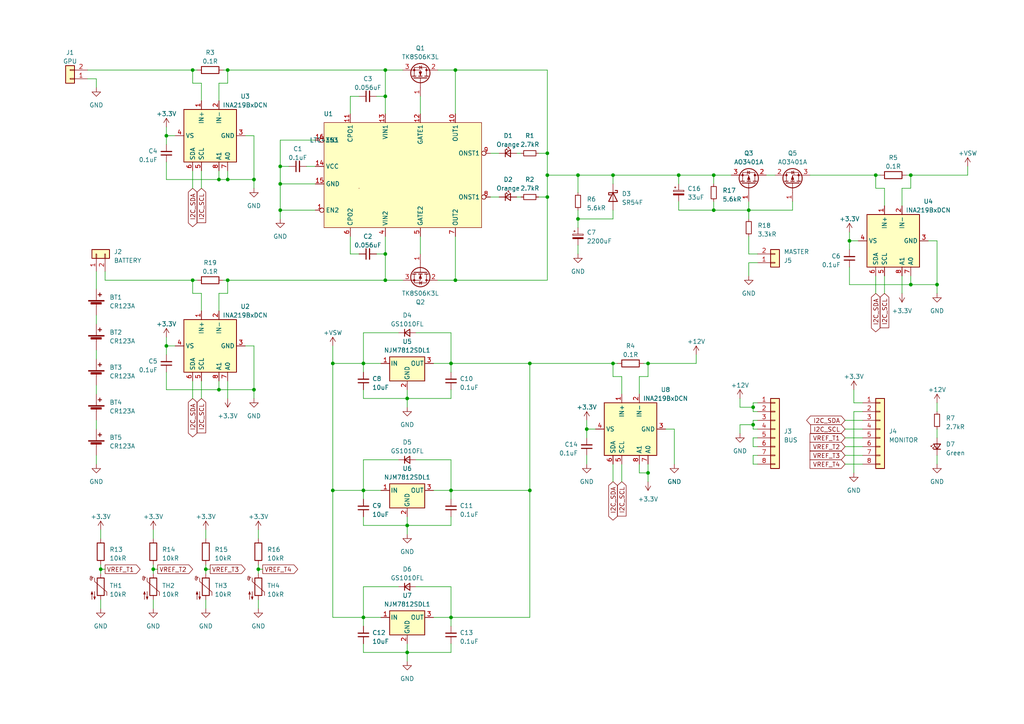
<source format=kicad_sch>
(kicad_sch (version 20230121) (generator eeschema)
  (paper "A4")
  (title_block (title "H-59 Avionics Power Module") (date "2023-10-27") (rev "Build 1") (company "Tokai Student Rocket Project"))
  (lib_symbols
    (symbol "Connector_Generic:Conn_01x02" (pin_names (offset 1.016) hide)
      (property "Reference" "J" (at 0 2.54 0))
      (property "Value" "Conn_01x02" (at 0 -5.08 0))
      (symbol "Conn_01x02_1_1"
        (pin passive line (at -5.08 0 0) (length 3.81) (name "Pin_1") (number "1"))
        (pin passive line (at -5.08 -2.54 0) (length 3.81) (name "Pin_2") (number "2"))
      )
    )
    (symbol "Connector_Generic:Conn_01x08" (pin_names (offset 1.016) hide)
      (property "Reference" "J" (at 0 10.16 0))
      (property "Value" "Conn_01x08" (at 0 -12.7 0))
      (symbol "Conn_01x08_1_1"
        (pin passive line (at -5.08 7.62 0) (length 3.81) (name "Pin_1") (number "1"))
        (pin passive line (at -5.08 5.08 0) (length 3.81) (name "Pin_2") (number "2"))
        (pin passive line (at -5.08 2.54 0) (length 3.81) (name "Pin_3") (number "3"))
        (pin passive line (at -5.08 0 0) (length 3.81) (name "Pin_4") (number "4"))
        (pin passive line (at -5.08 -2.54 0) (length 3.81) (name "Pin_5") (number "5"))
        (pin passive line (at -5.08 -5.08 0) (length 3.81) (name "Pin_6") (number "6"))
        (pin passive line (at -5.08 -7.62 0) (length 3.81) (name "Pin_7") (number "7"))
        (pin passive line (at -5.08 -10.16 0) (length 3.81) (name "Pin_8") (number "8"))
      )
    )
    (symbol "Device:Battery_Cell" (pin_numbers hide) (pin_names (offset 0) hide)
      (property "Reference" "BT" (at 2.54 2.54 0))
      (property "Value" "Battery_Cell" (at 2.54 0 0))
      (symbol "Battery_Cell_1_1"
        (pin passive line (at 0 5.08 270) (length 2.54) (name "+") (number "1"))
        (pin passive line (at 0 -2.54 90) (length 2.54) (name "-") (number "2"))
      )
    )
    (symbol "Device:C_Polarized_Small" (pin_numbers hide) (pin_names (offset 0.254) hide)
      (property "Reference" "C" (at 0.254 1.778 0))
      (property "Value" "C_Polarized_Small" (at 0.254 -2.032 0))
      (symbol "C_Polarized_Small_1_1"
        (pin passive line (at 0 2.54 270) (length 1.8542) (name "~") (number "1"))
        (pin passive line (at 0 -2.54 90) (length 1.8542) (name "~") (number "2"))
      )
    )
    (symbol "Device:C_Small" (pin_numbers hide) (pin_names (offset 0.254) hide)
      (property "Reference" "C" (at 0.254 1.778 0))
      (property "Value" "C_Small" (at 0.254 -2.032 0))
      (symbol "C_Small_1_1"
        (pin passive line (at 0 2.54 270) (length 2.032) (name "~") (number "1"))
        (pin passive line (at 0 -2.54 90) (length 2.032) (name "~") (number "2"))
      )
    )
    (symbol "Device:D_Schottky" (pin_numbers hide) (pin_names (offset 1.016) hide)
      (property "Reference" "D" (at 0 2.54 0))
      (property "Value" "D_Schottky" (at 0 -2.54 0))
      (symbol "D_Schottky_1_1"
        (pin passive line (at -3.81 0 0) (length 2.54) (name "K") (number "1"))
        (pin passive line (at 3.81 0 180) (length 2.54) (name "A") (number "2"))
      )
    )
    (symbol "Device:D_Small" (pin_numbers hide) (pin_names (offset 0.254) hide)
      (property "Reference" "D" (at -1.27 2.032 0))
      (property "Value" "D_Small" (at -3.81 -2.032 0))
      (symbol "D_Small_1_1"
        (pin passive line (at -2.54 0 0) (length 1.778) (name "K") (number "1"))
        (pin passive line (at 2.54 0 180) (length 1.778) (name "A") (number "2"))
      )
    )
    (symbol "Device:LED_Small" (pin_numbers hide) (pin_names (offset 0.254) hide)
      (property "Reference" "D" (at -1.27 3.175 0))
      (property "Value" "LED_Small" (at -4.445 -2.54 0))
      (symbol "LED_Small_1_1"
        (pin passive line (at -2.54 0 0) (length 1.778) (name "K") (number "1"))
        (pin passive line (at 2.54 0 180) (length 1.778) (name "A") (number "2"))
      )
    )
    (symbol "Device:R" (pin_numbers hide) (pin_names (offset 0))
      (property "Reference" "R" (at 2.032 0 90))
      (property "Value" "R" (at 0 0 90))
      (symbol "R_1_1"
        (pin passive line (at 0 3.81 270) (length 1.27) (name "~") (number "1"))
        (pin passive line (at 0 -3.81 90) (length 1.27) (name "~") (number "2"))
      )
    )
    (symbol "Device:R_Small" (pin_numbers hide) (pin_names (offset 0.254) hide)
      (property "Reference" "R" (at 0.762 0.508 0))
      (property "Value" "R_Small" (at 0.762 -1.016 0))
      (symbol "R_Small_1_1"
        (pin passive line (at 0 2.54 270) (length 0.762) (name "~") (number "1"))
        (pin passive line (at 0 -2.54 90) (length 0.762) (name "~") (number "2"))
      )
    )
    (symbol "Device:Thermistor_NTC" (pin_numbers hide) (pin_names (offset 0))
      (property "Reference" "TH" (at -4.445 0 90))
      (property "Value" "Thermistor_NTC" (at 3.175 0 90))
      (symbol "Thermistor_NTC_1_1"
        (pin passive line (at 0 3.81 270) (length 1.27) (name "~") (number "1"))
        (pin passive line (at 0 -3.81 90) (length 1.27) (name "~") (number "2"))
      )
    )
    (symbol "Regulator_Linear:L7812" (pin_names (offset 0.254))
      (property "Reference" "U" (at -3.81 3.175 0))
      (property "Value" "L7812" (at 0 3.175 0))
      (symbol "L7812_1_1"
        (pin power_in line (at -7.62 0 0) (length 2.54) (name "IN") (number "1"))
        (pin power_in line (at 0 -7.62 90) (length 2.54) (name "GND") (number "2"))
        (pin power_out line (at 7.62 0 180) (length 2.54) (name "OUT") (number "3"))
      )
    )
    (symbol "Sensor_Energy:INA219BxDCN"
      (property "Reference" "U" (at -6.35 8.89 0))
      (property "Value" "INA219BxDCN" (at 6.35 8.89 0))
      (symbol "INA219BxDCN_1_1"
        (pin input line (at -10.16 2.54 0) (length 2.54) (name "IN+") (number "1"))
        (pin input line (at -10.16 -2.54 0) (length 2.54) (name "IN-") (number "2"))
        (pin power_in line (at 0 -10.16 90) (length 2.54) (name "GND") (number "3"))
        (pin power_in line (at 0 10.16 270) (length 2.54) (name "VS") (number "4"))
        (pin input line (at 10.16 2.54 180) (length 2.54) (name "SCL") (number "5"))
        (pin bidirectional line (at 10.16 5.08 180) (length 2.54) (name "SDA") (number "6"))
        (pin input line (at 10.16 -5.08 180) (length 2.54) (name "A0") (number "7"))
        (pin input line (at 10.16 -2.54 180) (length 2.54) (name "A1") (number "8"))
      )
    )
    (symbol "TSRP_IC:LTC4353"
      (property "Reference" "U" (at 0 8.89 0))
      (symbol "LTC4353_1_1"
        (pin input inverted (at -2.54 -19.05 0) (length 2.54) (name "EN2") (number "1"))
        (pin input line (at 38.1 8.89 270) (length 2.54) (name "OUT1") (number "10"))
        (pin output line (at 7.62 8.89 270) (length 2.54) (name "CPO1") (number "11"))
        (pin output line (at 27.94 8.89 270) (length 2.54) (name "GATE1") (number "12"))
        (pin input line (at 17.78 8.89 270) (length 2.54) (name "VIN1") (number "13"))
        (pin power_in line (at -2.54 -6.35 0) (length 2.54) (name "VCC") (number "14"))
        (pin power_in line (at -2.54 -11.43 0) (length 2.54) (name "GND") (number "15"))
        (pin input inverted (at -2.54 1.27 0) (length 2.54) (name "EN1") (number "16"))
        (pin input line (at 17.78 -26.67 90) (length 2.54) (name "VIN2") (number "4"))
        (pin output line (at 27.94 -26.67 90) (length 2.54) (name "GATE2") (number "5"))
        (pin output line (at 7.62 -26.67 90) (length 2.54) (name "CPO2") (number "6"))
        (pin input line (at 38.1 -26.67 90) (length 2.54) (name "OUT2") (number "7"))
        (pin input inverted (at 48.26 -15.24 180) (length 2.54) (name "ONST1") (number "8"))
        (pin input inverted (at 48.26 -2.54 180) (length 2.54) (name "ONST1") (number "9"))
      )
    )
    (symbol "Transistor_FET:QM6006D" (pin_names hide)
      (property "Reference" "Q" (at 5.08 1.905 0))
      (property "Value" "QM6006D" (at 5.08 0 0))
      (symbol "QM6006D_1_1"
        (pin input line (at -5.08 0 0) (length 2.54) (name "G") (number "1"))
        (pin passive line (at 2.54 5.08 270) (length 2.54) (name "D") (number "2"))
        (pin passive line (at 2.54 -5.08 90) (length 2.54) (name "S") (number "3"))
      )
    )
    (symbol "Transistor_FET:QM6015D" (pin_names hide)
      (property "Reference" "Q" (at 5.08 1.905 0))
      (property "Value" "QM6015D" (at 5.08 0 0))
      (symbol "QM6015D_1_1"
        (pin passive line (at -5.08 0 0) (length 2.54) (name "G") (number "1"))
        (pin passive line (at 2.54 5.08 270) (length 2.54) (name "D") (number "2"))
        (pin passive line (at 2.54 -5.08 90) (length 2.54) (name "S") (number "3"))
      )
    )
    (symbol "power:+12V" (power) (pin_names (offset 0))
      (property "Value" "+12V" (at 0 3.556 0))
      (symbol "+12V_1_1"
        (pin power_in line (at 0 0 90) (length 0) hide (name "+12V") (number "1"))
      )
    )
    (symbol "power:+3.3V" (power) (pin_names (offset 0))
      (property "Value" "+3.3V" (at 0 3.556 0))
      (symbol "+3.3V_1_1"
        (pin power_in line (at 0 0 90) (length 0) hide (name "+3.3V") (number "1"))
      )
    )
    (symbol "power:+VSW" (power) (pin_names (offset 0))
      (property "Value" "+VSW" (at 0 3.556 0))
      (symbol "+VSW_1_1"
        (pin power_in line (at 0 0 90) (length 0) hide (name "+VSW") (number "1"))
      )
    )
    (symbol "power:GND" (power) (pin_names (offset 0))
      (property "Value" "GND" (at 0 -3.81 0))
      (symbol "GND_1_1"
        (pin power_in line (at 0 0 270) (length 0) hide (name "GND") (number "1"))
      )
    )
  )
  (junction (at 96.52 105.41))
  (junction (at 167.64 50.8))
  (junction (at 130.81 142.24))
  (junction (at 55.88 20.32))
  (junction (at 187.96 137.16))
  (junction (at 167.64 63.5))
  (junction (at 105.41 179.07))
  (junction (at 246.38 69.85))
  (junction (at 264.16 82.55))
  (junction (at 29.21 165.1))
  (junction (at 66.04 52.07))
  (junction (at 196.85 50.8))
  (junction (at 153.67 142.24))
  (junction (at 218.44 123.19))
  (junction (at 66.04 81.28))
  (junction (at 158.75 57.15))
  (junction (at 44.45 165.1))
  (junction (at 63.5 113.03))
  (junction (at 130.81 179.07))
  (junction (at 132.08 20.32))
  (junction (at 48.26 39.37))
  (junction (at 111.76 20.32))
  (junction (at 218.44 118.11))
  (junction (at 254 50.8))
  (junction (at 81.28 53.34))
  (junction (at 111.76 27.94))
  (junction (at 118.11 189.23))
  (junction (at 170.18 124.46))
  (junction (at 96.52 142.24))
  (junction (at 73.66 52.07))
  (junction (at 132.08 81.28))
  (junction (at 158.75 50.8))
  (junction (at 48.26 100.33))
  (junction (at 81.28 60.96))
  (junction (at 73.66 113.03))
  (junction (at 217.17 60.96))
  (junction (at 105.41 105.41))
  (junction (at 264.16 50.8))
  (junction (at 105.41 142.24))
  (junction (at 55.88 81.28))
  (junction (at 59.69 165.1))
  (junction (at 158.75 44.45))
  (junction (at 177.8 50.8))
  (junction (at 66.04 20.32))
  (junction (at 118.11 115.57))
  (junction (at 74.93 165.1))
  (junction (at 153.67 105.41))
  (junction (at 111.76 81.28))
  (junction (at 177.8 105.41))
  (junction (at 118.11 152.4))
  (junction (at 63.5 52.07))
  (junction (at 130.81 105.41))
  (junction (at 187.96 105.41))
  (junction (at 111.76 73.66))
  (junction (at 207.01 60.96))
  (junction (at 271.78 82.55))
  (junction (at 81.28 48.26))
  (junction (at 207.01 50.8))
  (wire (pts (xy 118.11 115.57) (xy 130.81 115.57)))
  (wire (pts (xy 105.41 113.03) (xy 105.41 115.57)))
  (wire (pts (xy 66.04 81.28) (xy 111.76 81.28)))
  (wire (pts (xy 55.88 85.09) (xy 55.88 81.28)))
  (wire (pts (xy 55.88 49.53) (xy 55.88 54.61)))
  (wire (pts (xy 109.22 73.66) (xy 111.76 73.66)))
  (wire (pts (xy 185.42 109.22) (xy 187.96 109.22)))
  (wire (pts (xy 30.48 81.28) (xy 55.88 81.28)))
  (wire (pts (xy 48.26 100.33) (xy 48.26 102.87)))
  (wire (pts (xy 186.69 105.41) (xy 187.96 105.41)))
  (wire (pts (xy 105.41 149.86) (xy 105.41 152.4)))
  (wire (pts (xy 29.21 165.1) (xy 29.21 166.37)))
  (wire (pts (xy 58.42 49.53) (xy 58.42 54.61)))
  (wire (pts (xy 105.41 170.18) (xy 105.41 179.07)))
  (wire (pts (xy 66.04 24.13) (xy 63.5 24.13)))
  (wire (pts (xy 207.01 60.96) (xy 217.17 60.96)))
  (wire (pts (xy 29.21 173.99) (xy 29.21 176.53)))
  (wire (pts (xy 27.94 22.86) (xy 27.94 25.4)))
  (wire (pts (xy 246.38 69.85) (xy 246.38 72.39)))
  (wire (pts (xy 219.71 132.08) (xy 218.44 132.08)))
  (wire (pts (xy 132.08 20.32) (xy 132.08 33.02)))
  (wire (pts (xy 58.42 24.13) (xy 58.42 29.21)))
  (wire (pts (xy 74.93 163.83) (xy 74.93 165.1)))
  (wire (pts (xy 130.81 96.52) (xy 130.81 105.41)))
  (wire (pts (xy 48.26 39.37) (xy 48.26 41.91)))
  (wire (pts (xy 195.58 124.46) (xy 193.04 124.46)))
  (wire (pts (xy 271.78 132.08) (xy 271.78 134.62)))
  (wire (pts (xy 73.66 115.57) (xy 73.66 113.03)))
  (wire (pts (xy 264.16 54.61) (xy 264.16 50.8)))
  (wire (pts (xy 153.67 179.07) (xy 153.67 142.24)))
  (wire (pts (xy 27.94 111.76) (xy 27.94 114.3)))
  (wire (pts (xy 118.11 189.23) (xy 118.11 191.77)))
  (wire (pts (xy 222.25 50.8) (xy 224.79 50.8)))
  (wire (pts (xy 261.62 54.61) (xy 264.16 54.61)))
  (wire (pts (xy 63.5 49.53) (xy 63.5 52.07)))
  (wire (pts (xy 74.93 153.67) (xy 74.93 156.21)))
  (wire (pts (xy 217.17 76.2) (xy 217.17 80.01)))
  (wire (pts (xy 110.49 142.24) (xy 105.41 142.24)))
  (wire (pts (xy 125.73 179.07) (xy 130.81 179.07)))
  (wire (pts (xy 261.62 80.01) (xy 261.62 85.09)))
  (wire (pts (xy 48.26 52.07) (xy 63.5 52.07)))
  (wire (pts (xy 91.44 40.64) (xy 81.28 40.64)))
  (wire (pts (xy 120.65 133.35) (xy 130.81 133.35)))
  (wire (pts (xy 105.41 179.07) (xy 105.41 181.61)))
  (wire (pts (xy 256.54 54.61) (xy 256.54 59.69)))
  (wire (pts (xy 29.21 163.83) (xy 29.21 165.1)))
  (wire (pts (xy 219.71 73.66) (xy 217.17 73.66)))
  (wire (pts (xy 158.75 50.8) (xy 167.64 50.8)))
  (wire (pts (xy 177.8 60.96) (xy 177.8 63.5)))
  (wire (pts (xy 81.28 40.64) (xy 81.28 48.26)))
  (wire (pts (xy 64.77 20.32) (xy 66.04 20.32)))
  (wire (pts (xy 81.28 53.34) (xy 91.44 53.34)))
  (wire (pts (xy 130.81 115.57) (xy 130.81 113.03)))
  (wire (pts (xy 177.8 105.41) (xy 179.07 105.41)))
  (wire (pts (xy 66.04 110.49) (xy 66.04 115.57)))
  (wire (pts (xy 264.16 82.55) (xy 271.78 82.55)))
  (wire (pts (xy 118.11 152.4) (xy 130.81 152.4)))
  (wire (pts (xy 280.67 48.26) (xy 280.67 50.8)))
  (wire (pts (xy 247.65 116.84) (xy 250.19 116.84)))
  (wire (pts (xy 111.76 20.32) (xy 111.76 27.94)))
  (wire (pts (xy 187.96 137.16) (xy 187.96 139.7)))
  (wire (pts (xy 44.45 173.99) (xy 44.45 176.53)))
  (wire (pts (xy 101.6 68.58) (xy 101.6 73.66)))
  (wire (pts (xy 219.71 116.84) (xy 218.44 116.84)))
  (wire (pts (xy 218.44 134.62) (xy 218.44 132.08)))
  (wire (pts (xy 158.75 44.45) (xy 158.75 20.32)))
  (wire (pts (xy 214.63 115.57) (xy 214.63 118.11)))
  (wire (pts (xy 167.64 50.8) (xy 177.8 50.8)))
  (wire (pts (xy 29.21 165.1) (xy 30.48 165.1)))
  (wire (pts (xy 245.11 129.54) (xy 250.19 129.54)))
  (wire (pts (xy 245.11 121.92) (xy 250.19 121.92)))
  (wire (pts (xy 48.26 100.33) (xy 50.8 100.33)))
  (wire (pts (xy 55.88 20.32) (xy 57.15 20.32)))
  (wire (pts (xy 177.8 134.62) (xy 177.8 139.7)))
  (wire (pts (xy 207.01 58.42) (xy 207.01 60.96)))
  (wire (pts (xy 219.71 76.2) (xy 217.17 76.2)))
  (wire (pts (xy 66.04 20.32) (xy 66.04 24.13)))
  (wire (pts (xy 229.87 60.96) (xy 217.17 60.96)))
  (wire (pts (xy 118.11 113.03) (xy 118.11 115.57)))
  (wire (pts (xy 185.42 109.22) (xy 185.42 114.3)))
  (wire (pts (xy 121.92 68.58) (xy 121.92 73.66)))
  (wire (pts (xy 73.66 113.03) (xy 73.66 100.33)))
  (wire (pts (xy 115.57 96.52) (xy 105.41 96.52)))
  (wire (pts (xy 105.41 179.07) (xy 96.52 179.07)))
  (wire (pts (xy 142.24 44.45) (xy 144.78 44.45)))
  (wire (pts (xy 170.18 132.08) (xy 170.18 134.62)))
  (wire (pts (xy 73.66 100.33) (xy 71.12 100.33)))
  (wire (pts (xy 58.42 85.09) (xy 55.88 85.09)))
  (wire (pts (xy 27.94 132.08) (xy 27.94 134.62)))
  (wire (pts (xy 177.8 50.8) (xy 177.8 53.34)))
  (wire (pts (xy 105.41 115.57) (xy 118.11 115.57)))
  (wire (pts (xy 132.08 68.58) (xy 132.08 81.28)))
  (wire (pts (xy 280.67 50.8) (xy 264.16 50.8)))
  (wire (pts (xy 105.41 142.24) (xy 105.41 144.78)))
  (wire (pts (xy 156.21 44.45) (xy 158.75 44.45)))
  (wire (pts (xy 201.93 105.41) (xy 187.96 105.41)))
  (wire (pts (xy 217.17 60.96) (xy 217.17 58.42)))
  (wire (pts (xy 130.81 152.4) (xy 130.81 149.86)))
  (wire (pts (xy 55.88 24.13) (xy 55.88 20.32)))
  (wire (pts (xy 125.73 142.24) (xy 130.81 142.24)))
  (wire (pts (xy 218.44 121.92) (xy 219.71 121.92)))
  (wire (pts (xy 105.41 186.69) (xy 105.41 189.23)))
  (wire (pts (xy 254 50.8) (xy 255.27 50.8)))
  (wire (pts (xy 25.4 22.86) (xy 27.94 22.86)))
  (wire (pts (xy 254 54.61) (xy 254 50.8)))
  (wire (pts (xy 219.71 134.62) (xy 218.44 134.62)))
  (wire (pts (xy 229.87 58.42) (xy 229.87 60.96)))
  (wire (pts (xy 130.81 142.24) (xy 153.67 142.24)))
  (wire (pts (xy 180.34 134.62) (xy 180.34 139.7)))
  (wire (pts (xy 81.28 60.96) (xy 81.28 63.5)))
  (wire (pts (xy 158.75 81.28) (xy 158.75 57.15)))
  (wire (pts (xy 187.96 134.62) (xy 187.96 137.16)))
  (wire (pts (xy 63.5 113.03) (xy 73.66 113.03)))
  (wire (pts (xy 44.45 163.83) (xy 44.45 165.1)))
  (wire (pts (xy 96.52 105.41) (xy 105.41 105.41)))
  (wire (pts (xy 111.76 73.66) (xy 111.76 81.28)))
  (wire (pts (xy 271.78 85.09) (xy 271.78 82.55)))
  (wire (pts (xy 214.63 125.73) (xy 214.63 123.19)))
  (wire (pts (xy 81.28 60.96) (xy 91.44 60.96)))
  (wire (pts (xy 180.34 109.22) (xy 180.34 114.3)))
  (wire (pts (xy 234.95 50.8) (xy 254 50.8)))
  (wire (pts (xy 149.86 44.45) (xy 151.13 44.45)))
  (wire (pts (xy 48.26 97.79) (xy 48.26 100.33)))
  (wire (pts (xy 118.11 152.4) (xy 118.11 154.94)))
  (wire (pts (xy 256.54 80.01) (xy 256.54 85.09)))
  (wire (pts (xy 110.49 179.07) (xy 105.41 179.07)))
  (wire (pts (xy 105.41 96.52) (xy 105.41 105.41)))
  (wire (pts (xy 196.85 58.42) (xy 196.85 60.96)))
  (wire (pts (xy 44.45 165.1) (xy 45.72 165.1)))
  (wire (pts (xy 271.78 69.85) (xy 269.24 69.85)))
  (wire (pts (xy 105.41 189.23) (xy 118.11 189.23)))
  (wire (pts (xy 125.73 105.41) (xy 130.81 105.41)))
  (wire (pts (xy 105.41 105.41) (xy 105.41 107.95)))
  (wire (pts (xy 132.08 20.32) (xy 158.75 20.32)))
  (wire (pts (xy 245.11 127) (xy 250.19 127)))
  (wire (pts (xy 58.42 24.13) (xy 55.88 24.13)))
  (wire (pts (xy 96.52 100.33) (xy 96.52 105.41)))
  (wire (pts (xy 219.71 119.38) (xy 218.44 119.38)))
  (wire (pts (xy 167.64 63.5) (xy 167.64 66.04)))
  (wire (pts (xy 245.11 134.62) (xy 250.19 134.62)))
  (wire (pts (xy 118.11 149.86) (xy 118.11 152.4)))
  (wire (pts (xy 217.17 60.96) (xy 217.17 63.5)))
  (wire (pts (xy 88.9 48.26) (xy 91.44 48.26)))
  (wire (pts (xy 167.64 50.8) (xy 167.64 55.88)))
  (wire (pts (xy 105.41 152.4) (xy 118.11 152.4)))
  (wire (pts (xy 256.54 54.61) (xy 254 54.61)))
  (wire (pts (xy 48.26 36.83) (xy 48.26 39.37)))
  (wire (pts (xy 64.77 81.28) (xy 66.04 81.28)))
  (wire (pts (xy 201.93 102.87) (xy 201.93 105.41)))
  (wire (pts (xy 44.45 153.67) (xy 44.45 156.21)))
  (wire (pts (xy 110.49 105.41) (xy 105.41 105.41)))
  (wire (pts (xy 59.69 165.1) (xy 60.96 165.1)))
  (wire (pts (xy 219.71 129.54) (xy 218.44 129.54)))
  (wire (pts (xy 48.26 113.03) (xy 63.5 113.03)))
  (wire (pts (xy 167.64 60.96) (xy 167.64 63.5)))
  (wire (pts (xy 109.22 27.94) (xy 111.76 27.94)))
  (wire (pts (xy 59.69 163.83) (xy 59.69 165.1)))
  (wire (pts (xy 81.28 48.26) (xy 81.28 53.34)))
  (wire (pts (xy 96.52 142.24) (xy 105.41 142.24)))
  (wire (pts (xy 130.81 179.07) (xy 153.67 179.07)))
  (wire (pts (xy 187.96 137.16) (xy 185.42 137.16)))
  (wire (pts (xy 66.04 20.32) (xy 111.76 20.32)))
  (wire (pts (xy 115.57 133.35) (xy 105.41 133.35)))
  (wire (pts (xy 170.18 121.92) (xy 170.18 124.46)))
  (wire (pts (xy 58.42 110.49) (xy 58.42 115.57)))
  (wire (pts (xy 207.01 50.8) (xy 207.01 53.34)))
  (wire (pts (xy 74.93 165.1) (xy 76.2 165.1)))
  (wire (pts (xy 66.04 49.53) (xy 66.04 52.07)))
  (wire (pts (xy 196.85 60.96) (xy 207.01 60.96)))
  (wire (pts (xy 177.8 109.22) (xy 177.8 105.41)))
  (wire (pts (xy 111.76 81.28) (xy 116.84 81.28)))
  (wire (pts (xy 247.65 119.38) (xy 250.19 119.38)))
  (wire (pts (xy 27.94 78.74) (xy 27.94 83.82)))
  (wire (pts (xy 55.88 81.28) (xy 57.15 81.28)))
  (wire (pts (xy 130.81 170.18) (xy 130.81 179.07)))
  (wire (pts (xy 196.85 50.8) (xy 196.85 53.34)))
  (wire (pts (xy 44.45 165.1) (xy 44.45 166.37)))
  (wire (pts (xy 63.5 24.13) (xy 63.5 29.21)))
  (wire (pts (xy 48.26 107.95) (xy 48.26 113.03)))
  (wire (pts (xy 153.67 142.24) (xy 153.67 105.41)))
  (wire (pts (xy 66.04 85.09) (xy 66.04 81.28)))
  (wire (pts (xy 132.08 81.28) (xy 127 81.28)))
  (wire (pts (xy 167.64 71.12) (xy 167.64 73.66)))
  (wire (pts (xy 149.86 57.15) (xy 151.13 57.15)))
  (wire (pts (xy 101.6 33.02) (xy 101.6 27.94)))
  (wire (pts (xy 121.92 27.94) (xy 121.92 33.02)))
  (wire (pts (xy 247.65 137.16) (xy 247.65 119.38)))
  (wire (pts (xy 180.34 109.22) (xy 177.8 109.22)))
  (wire (pts (xy 246.38 82.55) (xy 264.16 82.55)))
  (wire (pts (xy 187.96 109.22) (xy 187.96 105.41)))
  (wire (pts (xy 130.81 133.35) (xy 130.81 142.24)))
  (wire (pts (xy 170.18 124.46) (xy 170.18 127)))
  (wire (pts (xy 66.04 52.07) (xy 73.66 52.07)))
  (wire (pts (xy 111.76 20.32) (xy 116.84 20.32)))
  (wire (pts (xy 111.76 73.66) (xy 111.76 68.58)))
  (wire (pts (xy 120.65 96.52) (xy 130.81 96.52)))
  (wire (pts (xy 177.8 63.5) (xy 167.64 63.5)))
  (wire (pts (xy 96.52 179.07) (xy 96.52 142.24)))
  (wire (pts (xy 246.38 69.85) (xy 248.92 69.85)))
  (wire (pts (xy 30.48 78.74) (xy 30.48 81.28)))
  (wire (pts (xy 153.67 105.41) (xy 177.8 105.41)))
  (wire (pts (xy 158.75 44.45) (xy 158.75 50.8)))
  (wire (pts (xy 118.11 115.57) (xy 118.11 118.11)))
  (wire (pts (xy 246.38 67.31) (xy 246.38 69.85)))
  (wire (pts (xy 142.24 57.15) (xy 144.78 57.15)))
  (wire (pts (xy 25.4 20.32) (xy 55.88 20.32)))
  (wire (pts (xy 48.26 39.37) (xy 50.8 39.37)))
  (wire (pts (xy 130.81 105.41) (xy 130.81 107.95)))
  (wire (pts (xy 218.44 116.84) (xy 218.44 118.11)))
  (wire (pts (xy 63.5 85.09) (xy 66.04 85.09)))
  (wire (pts (xy 271.78 82.55) (xy 271.78 69.85)))
  (wire (pts (xy 118.11 189.23) (xy 130.81 189.23)))
  (wire (pts (xy 111.76 27.94) (xy 111.76 33.02)))
  (wire (pts (xy 27.94 91.44) (xy 27.94 93.98)))
  (wire (pts (xy 74.93 173.99) (xy 74.93 176.53)))
  (wire (pts (xy 130.81 105.41) (xy 153.67 105.41)))
  (wire (pts (xy 170.18 124.46) (xy 172.72 124.46)))
  (wire (pts (xy 212.09 50.8) (xy 207.01 50.8)))
  (wire (pts (xy 245.11 124.46) (xy 250.19 124.46)))
  (wire (pts (xy 73.66 54.61) (xy 73.66 52.07)))
  (wire (pts (xy 63.5 52.07) (xy 66.04 52.07)))
  (wire (pts (xy 59.69 173.99) (xy 59.69 176.53)))
  (wire (pts (xy 261.62 54.61) (xy 261.62 59.69)))
  (wire (pts (xy 96.52 105.41) (xy 96.52 142.24)))
  (wire (pts (xy 63.5 110.49) (xy 63.5 113.03)))
  (wire (pts (xy 101.6 27.94) (xy 104.14 27.94)))
  (wire (pts (xy 218.44 119.38) (xy 218.44 118.11)))
  (wire (pts (xy 115.57 170.18) (xy 105.41 170.18)))
  (wire (pts (xy 218.44 127) (xy 218.44 129.54)))
  (wire (pts (xy 177.8 50.8) (xy 196.85 50.8)))
  (wire (pts (xy 120.65 170.18) (xy 130.81 170.18)))
  (wire (pts (xy 262.89 50.8) (xy 264.16 50.8)))
  (wire (pts (xy 246.38 77.47) (xy 246.38 82.55)))
  (wire (pts (xy 130.81 189.23) (xy 130.81 186.69)))
  (wire (pts (xy 118.11 186.69) (xy 118.11 189.23)))
  (wire (pts (xy 105.41 133.35) (xy 105.41 142.24)))
  (wire (pts (xy 158.75 50.8) (xy 158.75 57.15)))
  (wire (pts (xy 218.44 123.19) (xy 218.44 121.92)))
  (wire (pts (xy 158.75 57.15) (xy 156.21 57.15)))
  (wire (pts (xy 185.42 134.62) (xy 185.42 137.16)))
  (wire (pts (xy 218.44 124.46) (xy 218.44 123.19)))
  (wire (pts (xy 59.69 153.67) (xy 59.69 156.21)))
  (wire (pts (xy 74.93 165.1) (xy 74.93 166.37)))
  (wire (pts (xy 264.16 80.01) (xy 264.16 82.55)))
  (wire (pts (xy 271.78 124.46) (xy 271.78 127)))
  (wire (pts (xy 247.65 113.03) (xy 247.65 116.84)))
  (wire (pts (xy 73.66 52.07) (xy 73.66 39.37)))
  (wire (pts (xy 271.78 116.84) (xy 271.78 119.38)))
  (wire (pts (xy 55.88 110.49) (xy 55.88 115.57)))
  (wire (pts (xy 29.21 153.67) (xy 29.21 156.21)))
  (wire (pts (xy 63.5 85.09) (xy 63.5 90.17)))
  (wire (pts (xy 245.11 132.08) (xy 250.19 132.08)))
  (wire (pts (xy 195.58 124.46) (xy 195.58 134.62)))
  (wire (pts (xy 27.94 101.6) (xy 27.94 104.14)))
  (wire (pts (xy 27.94 121.92) (xy 27.94 124.46)))
  (wire (pts (xy 59.69 165.1) (xy 59.69 166.37)))
  (wire (pts (xy 130.81 142.24) (xy 130.81 144.78)))
  (wire (pts (xy 81.28 48.26) (xy 83.82 48.26)))
  (wire (pts (xy 48.26 46.99) (xy 48.26 52.07)))
  (wire (pts (xy 101.6 73.66) (xy 104.14 73.66)))
  (wire (pts (xy 219.71 127) (xy 218.44 127)))
  (wire (pts (xy 127 20.32) (xy 132.08 20.32)))
  (wire (pts (xy 132.08 81.28) (xy 158.75 81.28)))
  (wire (pts (xy 207.01 50.8) (xy 196.85 50.8)))
  (wire (pts (xy 217.17 73.66) (xy 217.17 68.58)))
  (wire (pts (xy 58.42 85.09) (xy 58.42 90.17)))
  (wire (pts (xy 214.63 123.19) (xy 218.44 123.19)))
  (wire (pts (xy 81.28 53.34) (xy 81.28 60.96)))
  (wire (pts (xy 219.71 124.46) (xy 218.44 124.46)))
  (wire (pts (xy 214.63 118.11) (xy 218.44 118.11)))
  (wire (pts (xy 130.81 179.07) (xy 130.81 181.61)))
  (wire (pts (xy 73.66 39.37) (xy 71.12 39.37)))
  (wire (pts (xy 254 80.01) (xy 254 85.09)))
  (global_label "I2C_SCL" (shape input) (at 58.42 115.57 270) (property "Intersheetrefs" "${INTERSHEET_REFS}" (effects hide)))
  (global_label "I2C_SCL" (shape input) (at 245.11 124.46 180) (property "Intersheetrefs" "${INTERSHEET_REFS}" (effects hide)))
  (global_label "VREF_T1" (shape output) (at 30.48 165.1 0) (property "Intersheetrefs" "${INTERSHEET_REFS}" (effects hide)))
  (global_label "I2C_SCL" (shape input) (at 180.34 139.7 270) (property "Intersheetrefs" "${INTERSHEET_REFS}" (effects hide)))
  (global_label "I2C_SCL" (shape input) (at 58.42 54.61 270) (property "Intersheetrefs" "${INTERSHEET_REFS}" (effects hide)))
  (global_label "VREF_T1" (shape input) (at 245.11 127 180) (property "Intersheetrefs" "${INTERSHEET_REFS}" (effects hide)))
  (global_label "I2C_SDA" (shape bidirectional) (at 177.8 139.7 270) (property "Intersheetrefs" "${INTERSHEET_REFS}" (effects hide)))
  (global_label "I2C_SCL" (shape input) (at 256.54 85.09 270) (property "Intersheetrefs" "${INTERSHEET_REFS}" (effects hide)))
  (global_label "VREF_T4" (shape input) (at 245.11 134.62 180) (property "Intersheetrefs" "${INTERSHEET_REFS}" (effects hide)))
  (global_label "I2C_SDA" (shape bidirectional) (at 245.11 121.92 180) (property "Intersheetrefs" "${INTERSHEET_REFS}" (effects hide)))
  (global_label "VREF_T3" (shape output) (at 60.96 165.1 0) (property "Intersheetrefs" "${INTERSHEET_REFS}" (effects hide)))
  (global_label "I2C_SDA" (shape bidirectional) (at 55.88 54.61 270) (property "Intersheetrefs" "${INTERSHEET_REFS}" (effects hide)))
  (global_label "I2C_SDA" (shape bidirectional) (at 55.88 115.57 270) (property "Intersheetrefs" "${INTERSHEET_REFS}" (effects hide)))
  (global_label "VREF_T3" (shape input) (at 245.11 132.08 180) (property "Intersheetrefs" "${INTERSHEET_REFS}" (effects hide)))
  (global_label "VREF_T2" (shape output) (at 45.72 165.1 0) (property "Intersheetrefs" "${INTERSHEET_REFS}" (effects hide)))
  (global_label "VREF_T4" (shape output) (at 76.2 165.1 0) (property "Intersheetrefs" "${INTERSHEET_REFS}" (effects hide)))
  (global_label "I2C_SDA" (shape bidirectional) (at 254 85.09 270) (property "Intersheetrefs" "${INTERSHEET_REFS}" (effects hide)))
  (global_label "VREF_T2" (shape input) (at 245.11 129.54 180) (property "Intersheetrefs" "${INTERSHEET_REFS}" (effects hide)))
  (symbol (lib_id "Device:C_Small") (at 170.18 129.54 0) (mirror x) (unit 1)
    (property "Reference" "C14" (at 167.64 128.8986 0) (effects (justify right)))
    (property "Value" "0.1uF" (at 167.64 131.4386 0) (effects (justify right)))
    (property "Footprint" "Capacitor_SMD:C_0603_1608Metric_Pad1.08x0.95mm_HandSolder" (effects hide))
    (property "Datasheet" "https://akizukidenshi.com/catalog/g/gP-16143/" (effects hide))
  )
  (symbol (lib_id "TSRP_IC:LTC4353") (at 93.98 41.91 0) (unit 1)
    (property "Reference" "U1" (at 95.25 33.02 0))
    (property "Value" "LTC4353" (at 93.98 40.64 0))
    (property "Footprint" "Package_SO:MSOP-16_3x4mm_P0.5mm" (effects hide))
    (property "Datasheet" "https://mou.sr/45NvrCI" (effects hide))
  )
  (symbol (lib_id "Device:LED_Small") (at 271.78 129.54 90) (unit 1)
    (property "Reference" "D7" (at 274.32 128.8415 90) (effects (justify right)))
    (property "Value" "Green" (at 274.32 131.3815 90) (effects (justify right)))
    (property "Footprint" "LED_SMD:LED_0603_1608Metric_Pad1.05x0.95mm_HandSolder" (effects hide))
    (property "Datasheet" "https://akizukidenshi.com/catalog/g/gI-06416/" (effects hide))
  )
  (symbol (lib_id "power:GND") (at 214.63 125.73 0) (mirror y) (unit 1)
    (property "Reference" "#PWR017" (effects hide))
    (property "Value" "GND" (at 214.63 130.81 0))
  )
  (symbol (lib_id "Device:R_Small") (at 167.64 58.42 180) (unit 1)
    (property "Reference" "R6" (at 170.18 57.785 0) (effects (justify right)))
    (property "Value" "5.6kR" (at 170.18 60.325 0) (effects (justify right)))
    (property "Footprint" "Resistor_SMD:R_0603_1608Metric_Pad0.98x0.95mm_HandSolder" (effects hide))
  )
  (symbol (lib_id "power:+3.3V") (at 44.45 153.67 0) (unit 1)
    (property "Reference" "#PWR029" (effects hide))
    (property "Value" "+3.3V" (at 44.45 149.86 0))
  )
  (symbol (lib_id "Device:R") (at 74.93 160.02 0) (unit 1)
    (property "Reference" "R16" (at 77.47 159.385 0) (effects (justify left)))
    (property "Value" "10kR" (at 77.47 161.925 0) (effects (justify left)))
    (property "Footprint" "Resistor_SMD:R_0603_1608Metric_Pad0.98x0.95mm_HandSolder" (effects hide))
  )
  (symbol (lib_id "power:GND") (at 118.11 118.11 0) (unit 1)
    (property "Reference" "#PWR015" (effects hide))
    (property "Value" "GND" (at 118.11 123.19 0))
  )
  (symbol (lib_id "Device:R") (at 29.21 160.02 0) (unit 1)
    (property "Reference" "R13" (at 31.75 159.385 0) (effects (justify left)))
    (property "Value" "10kR" (at 31.75 161.925 0) (effects (justify left)))
    (property "Footprint" "Resistor_SMD:R_0603_1608Metric_Pad0.98x0.95mm_HandSolder" (effects hide))
  )
  (symbol (lib_id "Device:Thermistor_NTC") (at 29.21 170.18 0) (unit 1)
    (property "Reference" "TH1" (at 31.75 169.8625 0) (effects (justify left)))
    (property "Value" "10kR" (at 31.75 172.4025 0) (effects (justify left)))
    (property "Footprint" "Resistor_SMD:R_0603_1608Metric_Pad0.98x0.95mm_HandSolder" (effects hide))
    (property "Datasheet" "https://akizukidenshi.com/catalog/g/gP-05252/" (effects hide))
  )
  (symbol (lib_id "Connector_Generic:Conn_01x02") (at 20.32 22.86 180) (unit 1)
    (property "Reference" "J1" (at 20.32 15.24 0))
    (property "Value" "GPU" (at 20.32 17.78 0))
    (property "Footprint" "Hirose_Connector:Hirose_DF1B" (effects hide))
  )
  (symbol (lib_id "power:+3.3V") (at 247.65 113.03 0) (unit 1)
    (property "Reference" "#PWR025" (effects hide))
    (property "Value" "+3.3V" (at 247.65 109.22 0))
  )
  (symbol (lib_id "Device:D_Small") (at 118.11 96.52 0) (unit 1)
    (property "Reference" "D4" (at 118.11 91.44 0))
    (property "Value" "GS1010FL" (at 118.11 93.98 0))
    (property "Footprint" "Diode_SMD:D_SOD-123F" (effects hide))
    (property "Datasheet" "https://akizukidenshi.com/catalog/g/gI-06014/" (effects hide))
    (property "Sim.Device" "D" (effects hide))
    (property "Sim.Pins" "1=K 2=A" (effects hide))
  )
  (symbol (lib_id "power:GND") (at 271.78 85.09 0) (unit 1)
    (property "Reference" "#PWR012" (effects hide))
    (property "Value" "GND" (at 271.78 90.17 0))
  )
  (symbol (lib_id "Device:C_Small") (at 106.68 27.94 90) (unit 1)
    (property "Reference" "C3" (at 106.6863 22.86 90))
    (property "Value" "0.056uF" (at 106.6863 25.4 90))
    (property "Footprint" "Capacitor_SMD:C_0603_1608Metric_Pad1.08x0.95mm_HandSolder" (effects hide))
    (property "Datasheet" "https://akizukidenshi.com/catalog/g/gP-05612/" (effects hide))
  )
  (symbol (lib_id "Device:Thermistor_NTC") (at 59.69 170.18 0) (unit 1)
    (property "Reference" "TH3" (at 62.23 169.8625 0) (effects (justify left)))
    (property "Value" "10kR" (at 62.23 172.4025 0) (effects (justify left)))
    (property "Footprint" "Resistor_SMD:R_0603_1608Metric_Pad0.98x0.95mm_HandSolder" (effects hide))
    (property "Datasheet" "https://akizukidenshi.com/catalog/g/gP-05252/" (effects hide))
  )
  (symbol (lib_id "power:GND") (at 271.78 134.62 0) (unit 1)
    (property "Reference" "#PWR037" (effects hide))
    (property "Value" "GND" (at 271.78 139.7 0))
  )
  (symbol (lib_id "Device:Battery_Cell") (at 27.94 99.06 0) (unit 1)
    (property "Reference" "BT2" (at 31.75 96.393 0) (effects (justify left)))
    (property "Value" "CR123A" (at 31.75 98.933 0) (effects (justify left)))
    (property "Footprint" "TSRP_Structure:CA123A_PC" (effects hide))
  )
  (symbol (lib_id "power:GND") (at 118.11 191.77 0) (unit 1)
    (property "Reference" "#PWR018" (effects hide))
    (property "Value" "GND" (at 118.11 196.85 0))
  )
  (symbol (lib_id "Device:C_Small") (at 105.41 184.15 180) (unit 1)
    (property "Reference" "C12" (at 107.95 183.5086 0) (effects (justify right)))
    (property "Value" "10uF" (at 107.95 186.0486 0) (effects (justify right)))
    (property "Footprint" "Capacitor_SMD:C_1206_3216Metric_Pad1.33x1.80mm_HandSolder" (effects hide))
    (property "Datasheet" "https://akizukidenshi.com/catalog/g/gP-17338/" (effects hide))
  )
  (symbol (lib_id "power:GND") (at 247.65 137.16 0) (unit 1)
    (property "Reference" "#PWR026" (effects hide))
    (property "Value" "GND" (at 247.65 142.24 0))
  )
  (symbol (lib_id "power:GND") (at 195.58 134.62 0) (unit 1)
    (property "Reference" "#PWR022" (effects hide))
    (property "Value" "GND" (at 195.58 139.7 0))
  )
  (symbol (lib_id "power:GND") (at 167.64 73.66 0) (unit 1)
    (property "Reference" "#PWR013" (effects hide))
    (property "Value" "GND" (at 167.64 78.74 0))
  )
  (symbol (lib_id "Device:Battery_Cell") (at 27.94 88.9 0) (unit 1)
    (property "Reference" "BT1" (at 31.75 86.233 0) (effects (justify left)))
    (property "Value" "CR123A" (at 31.75 88.773 0) (effects (justify left)))
    (property "Footprint" "TSRP_Structure:CA123A_PC" (effects hide))
  )
  (symbol (lib_id "power:+3.3V") (at 74.93 153.67 0) (unit 1)
    (property "Reference" "#PWR033" (effects hide))
    (property "Value" "+3.3V" (at 74.93 149.86 0))
  )
  (symbol (lib_id "Device:C_Small") (at 130.81 184.15 180) (unit 1)
    (property "Reference" "C13" (at 133.35 183.5086 0) (effects (justify right)))
    (property "Value" "0.1uF" (at 133.35 186.0486 0) (effects (justify right)))
    (property "Footprint" "Capacitor_SMD:C_0603_1608Metric_Pad1.08x0.95mm_HandSolder" (effects hide))
    (property "Datasheet" "https://akizukidenshi.com/catalog/g/gP-16143/" (effects hide))
  )
  (symbol (lib_id "Device:R_Small") (at 153.67 44.45 90) (unit 1)
    (property "Reference" "R1" (at 153.67 39.37 90))
    (property "Value" "2.7kR" (at 153.67 41.91 90))
    (property "Footprint" "Resistor_SMD:R_0603_1608Metric_Pad0.98x0.95mm_HandSolder" (effects hide))
  )
  (symbol (lib_id "Device:R_Small") (at 153.67 57.15 90) (unit 1)
    (property "Reference" "R2" (at 153.67 52.07 90))
    (property "Value" "2.7kR" (at 153.67 54.61 90))
    (property "Footprint" "Resistor_SMD:R_0603_1608Metric_Pad0.98x0.95mm_HandSolder" (effects hide))
  )
  (symbol (lib_id "Device:R") (at 60.96 81.28 90) (unit 1)
    (property "Reference" "R19" (at 60.96 76.2 90))
    (property "Value" "0.1R" (at 60.96 78.74 90))
    (property "Footprint" "Resistor_SMD:R_2816_7142Metric_Pad3.20x4.45mm_HandSolder" (effects hide))
  )
  (symbol (lib_id "Regulator_Linear:L7812") (at 118.11 105.41 0) (unit 1)
    (property "Reference" "U5" (at 118.11 99.06 0))
    (property "Value" "NJM7812SDL1" (at 118.11 101.6 0))
    (property "Footprint" "Package_TO_SOT_SMD:TO-252-2" (effects hide))
    (property "Datasheet" "https://akizukidenshi.com/catalog/g/gI-10978/" (effects hide))
  )
  (symbol (lib_id "power:+3.3V") (at 48.26 97.79 0) (unit 1)
    (property "Reference" "#PWR04" (effects hide))
    (property "Value" "+3.3V" (at 48.26 93.98 0))
  )
  (symbol (lib_id "Device:LED_Small") (at 147.32 57.15 0) (unit 1)
    (property "Reference" "D2" (at 147.3835 52.07 0))
    (property "Value" "Orange" (at 147.3835 54.61 0))
    (property "Footprint" "LED_SMD:LED_0603_1608Metric_Pad1.05x0.95mm_HandSolder" (effects hide))
    (property "Datasheet" "https://akizukidenshi.com/catalog/g/gI-06416/" (effects hide))
  )
  (symbol (lib_id "Connector_Generic:Conn_01x02") (at 224.79 76.2 0) (mirror x) (unit 1)
    (property "Reference" "J5" (at 227.33 75.565 0) (effects (justify left)))
    (property "Value" "MASTER" (at 227.33 73.025 0) (effects (justify left)))
    (property "Footprint" "Hirose_Connector:Hirose_DF1B" (effects hide))
  )
  (symbol (lib_id "power:GND") (at 73.66 115.57 0) (unit 1)
    (property "Reference" "#PWR06" (effects hide))
    (property "Value" "GND" (at 73.66 120.65 0))
  )
  (symbol (lib_id "Device:R") (at 59.69 160.02 0) (unit 1)
    (property "Reference" "R15" (at 62.23 159.385 0) (effects (justify left)))
    (property "Value" "10kR" (at 62.23 161.925 0) (effects (justify left)))
    (property "Footprint" "Resistor_SMD:R_0603_1608Metric_Pad0.98x0.95mm_HandSolder" (effects hide))
  )
  (symbol (lib_id "Device:C_Small") (at 246.38 74.93 0) (mirror x) (unit 1)
    (property "Reference" "C6" (at 243.84 74.2886 0) (effects (justify right)))
    (property "Value" "0.1uF" (at 243.84 76.8286 0) (effects (justify right)))
    (property "Footprint" "Capacitor_SMD:C_0603_1608Metric_Pad1.08x0.95mm_HandSolder" (effects hide))
    (property "Datasheet" "https://akizukidenshi.com/catalog/g/gP-16143/" (effects hide))
  )
  (symbol (lib_id "power:+12V") (at 214.63 115.57 0) (mirror y) (unit 1)
    (property "Reference" "#PWR016" (effects hide))
    (property "Value" "+12V" (at 214.63 111.76 0))
  )
  (symbol (lib_id "Sensor_Energy:INA219BxDCN") (at 259.08 69.85 90) (mirror x) (unit 1)
    (property "Reference" "U4" (at 269.24 58.42 90))
    (property "Value" "INA219BxDCN" (at 269.24 60.96 90))
    (property "Footprint" "Package_TO_SOT_SMD:SOT-23-8" (effects hide))
    (property "Datasheet" "http://www.ti.com/lit/ds/symlink/ina219.pdf" (effects hide))
  )
  (symbol (lib_id "Regulator_Linear:L7812") (at 118.11 142.24 0) (unit 1)
    (property "Reference" "U6" (at 118.11 135.89 0))
    (property "Value" "NJM7812SDL1" (at 118.11 138.43 0))
    (property "Footprint" "Package_TO_SOT_SMD:TO-252-2" (effects hide))
    (property "Datasheet" "https://akizukidenshi.com/catalog/g/gI-10978/" (effects hide))
  )
  (symbol (lib_id "Device:R_Small") (at 217.17 66.04 0) (unit 1)
    (property "Reference" "R18" (at 219.71 65.405 0) (effects (justify left)))
    (property "Value" "3.3kR" (at 219.71 67.945 0) (effects (justify left)))
    (property "Footprint" "Resistor_SMD:R_0603_1608Metric_Pad0.98x0.95mm_HandSolder" (effects hide))
  )
  (symbol (lib_id "Device:D_Small") (at 118.11 170.18 0) (unit 1)
    (property "Reference" "D6" (at 118.11 165.1 0))
    (property "Value" "GS1010FL" (at 118.11 167.64 0))
    (property "Footprint" "Diode_SMD:D_SOD-123F" (effects hide))
    (property "Datasheet" "https://akizukidenshi.com/catalog/g/gI-06014/" (effects hide))
    (property "Sim.Device" "D" (effects hide))
    (property "Sim.Pins" "1=K 2=A" (effects hide))
  )
  (symbol (lib_id "Device:Thermistor_NTC") (at 74.93 170.18 0) (unit 1)
    (property "Reference" "TH4" (at 77.47 169.8625 0) (effects (justify left)))
    (property "Value" "10kR" (at 77.47 172.4025 0) (effects (justify left)))
    (property "Footprint" "Resistor_SMD:R_0603_1608Metric_Pad0.98x0.95mm_HandSolder" (effects hide))
    (property "Datasheet" "https://akizukidenshi.com/catalog/g/gP-05252/" (effects hide))
  )
  (symbol (lib_id "Device:C_Small") (at 48.26 44.45 0) (mirror x) (unit 1)
    (property "Reference" "C4" (at 45.72 43.8086 0) (effects (justify right)))
    (property "Value" "0.1uF" (at 45.72 46.3486 0) (effects (justify right)))
    (property "Footprint" "Capacitor_SMD:C_0603_1608Metric_Pad1.08x0.95mm_HandSolder" (effects hide))
    (property "Datasheet" "https://akizukidenshi.com/catalog/g/gP-16143/" (effects hide))
  )
  (symbol (lib_id "power:GND") (at 73.66 54.61 0) (unit 1)
    (property "Reference" "#PWR09" (effects hide))
    (property "Value" "GND" (at 73.66 59.69 0))
  )
  (symbol (lib_id "Device:R") (at 259.08 50.8 90) (unit 1)
    (property "Reference" "R5" (at 259.08 45.72 90))
    (property "Value" "0.1R" (at 259.08 48.26 90))
    (property "Footprint" "Resistor_SMD:R_2816_7142Metric_Pad3.20x4.45mm_HandSolder" (effects hide))
  )
  (symbol (lib_id "power:GND") (at 44.45 176.53 0) (unit 1)
    (property "Reference" "#PWR030" (effects hide))
    (property "Value" "GND" (at 44.45 181.61 0))
  )
  (symbol (lib_id "power:GND") (at 74.93 176.53 0) (unit 1)
    (property "Reference" "#PWR034" (effects hide))
    (property "Value" "GND" (at 74.93 181.61 0))
  )
  (symbol (lib_id "Device:R_Small") (at 271.78 121.92 180) (unit 1)
    (property "Reference" "R7" (at 274.32 121.285 0) (effects (justify right)))
    (property "Value" "2.7kR" (at 274.32 123.825 0) (effects (justify right)))
    (property "Footprint" "Resistor_SMD:R_0603_1608Metric_Pad0.98x0.95mm_HandSolder" (effects hide))
  )
  (symbol (lib_id "Device:R") (at 60.96 20.32 90) (unit 1)
    (property "Reference" "R3" (at 60.96 15.24 90))
    (property "Value" "0.1R" (at 60.96 17.78 90))
    (property "Footprint" "Resistor_SMD:R_2816_7142Metric_Pad3.20x4.45mm_HandSolder" (effects hide))
  )
  (symbol (lib_id "power:+3.3V") (at 66.04 115.57 180) (unit 1)
    (property "Reference" "#PWR05" (effects hide))
    (property "Value" "+3.3V" (at 66.04 120.65 0))
  )
  (symbol (lib_id "Device:R_Small") (at 207.01 55.88 0) (unit 1)
    (property "Reference" "R17" (at 209.55 55.245 0) (effects (justify left)))
    (property "Value" "5.6kR" (at 209.55 57.785 0) (effects (justify left)))
    (property "Footprint" "Resistor_SMD:R_0603_1608Metric_Pad0.98x0.95mm_HandSolder" (effects hide))
  )
  (symbol (lib_id "power:GND") (at 59.69 176.53 0) (unit 1)
    (property "Reference" "#PWR032" (effects hide))
    (property "Value" "GND" (at 59.69 181.61 0))
  )
  (symbol (lib_id "power:+12V") (at 201.93 102.87 0) (mirror y) (unit 1)
    (property "Reference" "#PWR024" (effects hide))
    (property "Value" "+12V" (at 201.93 99.06 0))
  )
  (symbol (lib_id "Sensor_Energy:INA219BxDCN") (at 60.96 39.37 90) (mirror x) (unit 1)
    (property "Reference" "U3" (at 71.12 27.94 90))
    (property "Value" "INA219BxDCN" (at 71.12 30.48 90))
    (property "Footprint" "Package_TO_SOT_SMD:SOT-23-8" (effects hide))
    (property "Datasheet" "http://www.ti.com/lit/ds/symlink/ina219.pdf" (effects hide))
  )
  (symbol (lib_id "power:+3.3V") (at 261.62 85.09 180) (unit 1)
    (property "Reference" "#PWR08" (effects hide))
    (property "Value" "+3.3V" (at 261.62 90.17 0))
  )
  (symbol (lib_id "Transistor_FET:QM6015D") (at 229.87 53.34 90) (unit 1)
    (property "Reference" "Q5" (at 229.87 44.45 90))
    (property "Value" "AO3401A" (at 229.87 46.99 90))
    (property "Footprint" "Package_TO_SOT_SMD:SOT-23" (effects hide))
    (property "Datasheet" "https://akizukidenshi.com/catalog/g/gI-14654/" (effects hide))
  )
  (symbol (lib_id "power:GND") (at 118.11 154.94 0) (unit 1)
    (property "Reference" "#PWR019" (effects hide))
    (property "Value" "GND" (at 118.11 160.02 0))
  )
  (symbol (lib_id "power:+3.3V") (at 48.26 36.83 0) (unit 1)
    (property "Reference" "#PWR036" (effects hide))
    (property "Value" "+3.3V" (at 48.26 33.02 0))
  )
  (symbol (lib_id "Device:LED_Small") (at 147.32 44.45 0) (unit 1)
    (property "Reference" "D1" (at 147.3835 39.37 0))
    (property "Value" "Orange" (at 147.3835 41.91 0))
    (property "Footprint" "LED_SMD:LED_0603_1608Metric_Pad1.05x0.95mm_HandSolder" (effects hide))
    (property "Datasheet" "https://akizukidenshi.com/catalog/g/gI-06416/" (effects hide))
  )
  (symbol (lib_id "Device:C_Small") (at 105.41 110.49 180) (unit 1)
    (property "Reference" "C8" (at 107.95 109.8486 0) (effects (justify right)))
    (property "Value" "10uF" (at 107.95 112.3886 0) (effects (justify right)))
    (property "Footprint" "Capacitor_SMD:C_1206_3216Metric_Pad1.33x1.80mm_HandSolder" (effects hide))
    (property "Datasheet" "https://akizukidenshi.com/catalog/g/gP-17338/" (effects hide))
  )
  (symbol (lib_id "power:+12V") (at 271.78 116.84 0) (mirror y) (unit 1)
    (property "Reference" "#PWR021" (effects hide))
    (property "Value" "+12V" (at 271.78 113.03 0))
  )
  (symbol (lib_id "Sensor_Energy:INA219BxDCN") (at 182.88 124.46 90) (mirror x) (unit 1)
    (property "Reference" "U8" (at 193.04 113.03 90))
    (property "Value" "INA219BxDCN" (at 193.04 115.57 90))
    (property "Footprint" "Package_TO_SOT_SMD:SOT-23-8" (effects hide))
    (property "Datasheet" "http://www.ti.com/lit/ds/symlink/ina219.pdf" (effects hide))
  )
  (symbol (lib_id "power:+3.3V") (at 29.21 153.67 0) (unit 1)
    (property "Reference" "#PWR028" (effects hide))
    (property "Value" "+3.3V" (at 29.21 149.86 0))
  )
  (symbol (lib_id "Device:R") (at 44.45 160.02 0) (unit 1)
    (property "Reference" "R14" (at 46.99 159.385 0) (effects (justify left)))
    (property "Value" "10kR" (at 46.99 161.925 0) (effects (justify left)))
    (property "Footprint" "Resistor_SMD:R_0603_1608Metric_Pad0.98x0.95mm_HandSolder" (effects hide))
  )
  (symbol (lib_id "power:GND") (at 27.94 25.4 0) (unit 1)
    (property "Reference" "#PWR03" (effects hide))
    (property "Value" "GND" (at 27.94 30.48 0))
  )
  (symbol (lib_id "power:GND") (at 217.17 80.01 0) (unit 1)
    (property "Reference" "#PWR035" (effects hide))
    (property "Value" "GND" (at 217.17 85.09 0))
  )
  (symbol (lib_id "power:GND") (at 170.18 134.62 0) (unit 1)
    (property "Reference" "#PWR023" (effects hide))
    (property "Value" "GND" (at 170.18 139.7 0))
  )
  (symbol (lib_id "Sensor_Energy:INA219BxDCN") (at 60.96 100.33 90) (mirror x) (unit 1)
    (property "Reference" "U2" (at 71.12 88.9 90))
    (property "Value" "INA219BxDCN" (at 71.12 91.44 90))
    (property "Footprint" "Package_TO_SOT_SMD:SOT-23-8" (effects hide))
    (property "Datasheet" "http://www.ti.com/lit/ds/symlink/ina219.pdf" (effects hide))
  )
  (symbol (lib_id "power:+VSW") (at 280.67 48.26 0) (unit 1)
    (property "Reference" "#PWR011" (effects hide))
    (property "Value" "+VSW" (at 280.67 44.45 0))
  )
  (symbol (lib_id "Regulator_Linear:L7812") (at 118.11 179.07 0) (unit 1)
    (property "Reference" "U7" (at 118.11 172.72 0))
    (property "Value" "NJM7812SDL1" (at 118.11 175.26 0))
    (property "Footprint" "Package_TO_SOT_SMD:TO-252-2" (effects hide))
    (property "Datasheet" "https://akizukidenshi.com/catalog/g/gI-10978/" (effects hide))
  )
  (symbol (lib_id "power:+3.3V") (at 246.38 67.31 0) (unit 1)
    (property "Reference" "#PWR07" (effects hide))
    (property "Value" "+3.3V" (at 246.38 63.5 0))
  )
  (symbol (lib_id "Connector_Generic:Conn_01x08") (at 224.79 124.46 0) (unit 1)
    (property "Reference" "J3" (at 227.33 125.095 0) (effects (justify left)))
    (property "Value" "BUS" (at 227.33 127.635 0) (effects (justify left)))
    (property "Footprint" "Hirose_Connector:Hirose_DF11B-8DP-2DS" (effects hide))
  )
  (symbol (lib_id "power:+3.3V") (at 170.18 121.92 0) (unit 1)
    (property "Reference" "#PWR010" (effects hide))
    (property "Value" "+3.3V" (at 170.18 118.11 0))
  )
  (symbol (lib_id "Device:C_Polarized_Small") (at 167.64 68.58 0) (unit 1)
    (property "Reference" "C7" (at 170.18 67.3989 0) (effects (justify left)))
    (property "Value" "2200uF" (at 170.18 69.9389 0) (effects (justify left)))
    (property "Footprint" "Capacitor_THT:CP_Radial_D18.0mm_P7.50mm" (effects hide))
    (property "Datasheet" "https://akizukidenshi.com/catalog/g/gP-08427/" (effects hide))
  )
  (symbol (lib_id "Connector_Generic:Conn_01x08") (at 255.27 124.46 0) (unit 1)
    (property "Reference" "J4" (at 257.81 125.095 0) (effects (justify left)))
    (property "Value" "MONITOR" (at 257.81 127.635 0) (effects (justify left)))
    (property "Footprint" "Hirose_Connector:Hirose_DF11B-8DP-2DS" (effects hide))
  )
  (symbol (lib_id "Transistor_FET:QM6006D") (at 121.92 22.86 270) (mirror x) (unit 1)
    (property "Reference" "Q1" (at 121.92 13.97 90))
    (property "Value" "TK8S06K3L" (at 121.92 16.51 90))
    (property "Footprint" "Package_TO_SOT_SMD:TO-252-2" (effects hide))
    (property "Datasheet" "https://akizukidenshi.com/catalog/g/gI-13963" (effects hide))
  )
  (symbol (lib_id "Device:C_Small") (at 130.81 147.32 180) (unit 1)
    (property "Reference" "C11" (at 133.35 146.6786 0) (effects (justify right)))
    (property "Value" "0.1uF" (at 133.35 149.2186 0) (effects (justify right)))
    (property "Footprint" "Capacitor_SMD:C_0603_1608Metric_Pad1.08x0.95mm_HandSolder" (effects hide))
    (property "Datasheet" "https://akizukidenshi.com/catalog/g/gP-16143/" (effects hide))
  )
  (symbol (lib_id "Device:Battery_Cell") (at 27.94 129.54 0) (unit 1)
    (property "Reference" "BT5" (at 31.75 126.873 0) (effects (justify left)))
    (property "Value" "CR123A" (at 31.75 129.413 0) (effects (justify left)))
    (property "Footprint" "TSRP_Structure:CA123A_PC" (effects hide))
  )
  (symbol (lib_id "Device:D_Small") (at 118.11 133.35 0) (unit 1)
    (property "Reference" "D5" (at 118.11 128.27 0))
    (property "Value" "GS1010FL" (at 118.11 130.81 0))
    (property "Footprint" "Diode_SMD:D_SOD-123F" (effects hide))
    (property "Datasheet" "https://akizukidenshi.com/catalog/g/gI-06014/" (effects hide))
    (property "Sim.Device" "D" (effects hide))
    (property "Sim.Pins" "1=K 2=A" (effects hide))
  )
  (symbol (lib_id "Device:D_Schottky") (at 177.8 57.15 270) (unit 1)
    (property "Reference" "D3" (at 180.34 56.1975 90) (effects (justify left)))
    (property "Value" "SR54F" (at 180.34 58.7375 90) (effects (justify left)))
    (property "Footprint" "Diode_SMD:D_SMB_Handsoldering" (effects hide))
    (property "Datasheet" "https://akizukidenshi.com/catalog/g/gI-06125/" (effects hide))
  )
  (symbol (lib_id "power:GND") (at 81.28 63.5 0) (unit 1)
    (property "Reference" "#PWR02" (effects hide))
    (property "Value" "GND" (at 81.28 68.58 0))
  )
  (symbol (lib_id "Device:R") (at 182.88 105.41 90) (unit 1)
    (property "Reference" "R4" (at 182.88 100.33 90))
    (property "Value" "0.1R" (at 182.88 102.87 90))
    (property "Footprint" "Resistor_SMD:R_2816_7142Metric_Pad3.20x4.45mm_HandSolder" (effects hide))
  )
  (symbol (lib_id "Device:C_Small") (at 48.26 105.41 0) (mirror x) (unit 1)
    (property "Reference" "C5" (at 45.72 104.7686 0) (effects (justify right)))
    (property "Value" "0.1uF" (at 45.72 107.3086 0) (effects (justify right)))
    (property "Footprint" "Capacitor_SMD:C_0603_1608Metric_Pad1.08x0.95mm_HandSolder" (effects hide))
    (property "Datasheet" "https://akizukidenshi.com/catalog/g/gP-16143/" (effects hide))
  )
  (symbol (lib_id "Device:C_Polarized_Small") (at 196.85 55.88 0) (unit 1)
    (property "Reference" "C16" (at 199.39 54.6989 0) (effects (justify left)))
    (property "Value" "33uF" (at 199.39 57.2389 0) (effects (justify left)))
    (property "Footprint" "Capacitor_SMD:CP_Elec_6.3x5.9" (effects hide))
    (property "Datasheet" "https://akizukidenshi.com/catalog/g/gP-16749/" (effects hide))
  )
  (symbol (lib_id "power:GND") (at 29.21 176.53 0) (unit 1)
    (property "Reference" "#PWR027" (effects hide))
    (property "Value" "GND" (at 29.21 181.61 0))
  )
  (symbol (lib_id "Device:C_Small") (at 105.41 147.32 180) (unit 1)
    (property "Reference" "C9" (at 107.95 146.6786 0) (effects (justify right)))
    (property "Value" "10uF" (at 107.95 149.2186 0) (effects (justify right)))
    (property "Footprint" "Capacitor_SMD:C_1206_3216Metric_Pad1.33x1.80mm_HandSolder" (effects hide))
    (property "Datasheet" "https://akizukidenshi.com/catalog/g/gP-17338/" (effects hide))
  )
  (symbol (lib_id "Connector_Generic:Conn_01x02") (at 27.94 73.66 90) (unit 1)
    (property "Reference" "J2" (at 33.02 73.025 90) (effects (justify right)))
    (property "Value" "BATTERY" (at 33.02 75.565 90) (effects (justify right)))
    (property "Footprint" "Hirose_Connector:Hirose_DF1B" (effects hide))
  )
  (symbol (lib_id "power:GND") (at 27.94 134.62 0) (unit 1)
    (property "Reference" "#PWR01" (effects hide))
    (property "Value" "GND" (at 27.94 139.7 0))
  )
  (symbol (lib_id "Device:Thermistor_NTC") (at 44.45 170.18 0) (unit 1)
    (property "Reference" "TH2" (at 46.99 169.8625 0) (effects (justify left)))
    (property "Value" "10kR" (at 46.99 172.4025 0) (effects (justify left)))
    (property "Footprint" "Resistor_SMD:R_0603_1608Metric_Pad0.98x0.95mm_HandSolder" (effects hide))
    (property "Datasheet" "https://akizukidenshi.com/catalog/g/gP-05252/" (effects hide))
  )
  (symbol (lib_id "Device:C_Small") (at 106.68 73.66 90) (unit 1)
    (property "Reference" "C2" (at 106.6863 68.58 90))
    (property "Value" "0.056uF" (at 106.6863 71.12 90))
    (property "Footprint" "Capacitor_SMD:C_0603_1608Metric_Pad1.08x0.95mm_HandSolder" (effects hide))
    (property "Datasheet" "https://akizukidenshi.com/catalog/g/gP-05612/" (effects hide))
  )
  (symbol (lib_id "power:+3.3V") (at 187.96 139.7 180) (unit 1)
    (property "Reference" "#PWR020" (effects hide))
    (property "Value" "+3.3V" (at 187.96 144.78 0))
  )
  (symbol (lib_id "power:+VSW") (at 96.52 100.33 0) (unit 1)
    (property "Reference" "#PWR014" (effects hide))
    (property "Value" "+VSW" (at 96.52 96.52 0))
  )
  (symbol (lib_id "Device:C_Small") (at 130.81 110.49 180) (unit 1)
    (property "Reference" "C10" (at 133.35 109.8486 0) (effects (justify right)))
    (property "Value" "0.1uF" (at 133.35 112.3886 0) (effects (justify right)))
    (property "Footprint" "Capacitor_SMD:C_0603_1608Metric_Pad1.08x0.95mm_HandSolder" (effects hide))
    (property "Datasheet" "https://akizukidenshi.com/catalog/g/gP-16143/" (effects hide))
  )
  (symbol (lib_id "Device:C_Small") (at 86.36 48.26 90) (unit 1)
    (property "Reference" "C1" (at 86.3663 43.18 90))
    (property "Value" "0.1uF" (at 86.3663 45.72 90))
    (property "Footprint" "Capacitor_SMD:C_0603_1608Metric_Pad1.08x0.95mm_HandSolder" (effects hide))
    (property "Datasheet" "https://akizukidenshi.com/catalog/g/gP-16143/" (effects hide))
  )
  (symbol (lib_id "Transistor_FET:QM6015D") (at 217.17 53.34 270) (mirror x) (unit 1)
    (property "Reference" "Q3" (at 217.17 44.45 90))
    (property "Value" "AO3401A" (at 217.17 46.99 90))
    (property "Footprint" "Package_TO_SOT_SMD:SOT-23" (effects hide))
    (property "Datasheet" "https://akizukidenshi.com/catalog/g/gI-14654/" (effects hide))
  )
  (symbol (lib_id "Device:Battery_Cell") (at 27.94 119.38 0) (unit 1)
    (property "Reference" "BT4" (at 31.75 116.713 0) (effects (justify left)))
    (property "Value" "CR123A" (at 31.75 119.253 0) (effects (justify left)))
    (property "Footprint" "TSRP_Structure:CA123A_PC" (effects hide))
  )
  (symbol (lib_id "Transistor_FET:QM6006D") (at 121.92 78.74 270) (unit 1)
    (property "Reference" "Q2" (at 121.92 87.63 90))
    (property "Value" "TK8S06K3L" (at 121.92 85.09 90))
    (property "Footprint" "Package_TO_SOT_SMD:TO-252-2" (effects hide))
    (property "Datasheet" "https://akizukidenshi.com/catalog/g/gI-13963" (effects hide))
  )
  (symbol (lib_id "Device:Battery_Cell") (at 27.94 109.22 0) (unit 1)
    (property "Reference" "BT3" (at 31.75 106.553 0) (effects (justify left)))
    (property "Value" "CR123A" (at 31.75 109.093 0) (effects (justify left)))
    (property "Footprint" "TSRP_Structure:CA123A_PC" (effects hide))
  )
  (symbol (lib_id "power:+3.3V") (at 59.69 153.67 0) (unit 1)
    (property "Reference" "#PWR031" (effects hide))
    (property "Value" "+3.3V" (at 59.69 149.86 0))
  )
)
</source>
